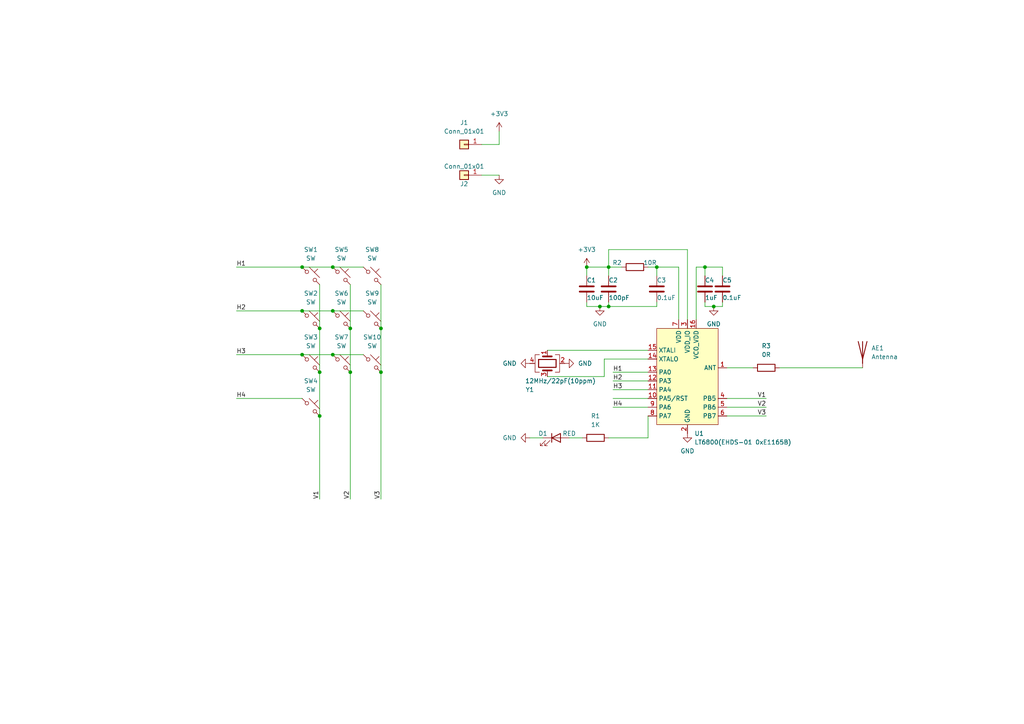
<source format=kicad_sch>
(kicad_sch (version 20211123) (generator eeschema)
  (paper "A4")
  (title_block (title "ECC-01-Remoter") (date "2022-06-12") (rev "V0.1") (company "Timye"))
  (lib_symbols
    (symbol "Connector_Generic:Conn_01x01" (pin_names (offset 1.016) hide)
      (property "Reference" "J" (at 0 2.54 0))
      (property "Value" "Conn_01x01" (at 0 -2.54 0))
      (symbol "Conn_01x01_1_1"
        (rectangle (start -1.27 0.127) (end 0 -0.127) (stroke (width 0.1524)))
        (rectangle (start -1.27 1.27) (end 1.27 -1.27) (stroke (width 0.254)) (fill (type background)))
        (pin passive line (at -5.08 0 0) (length 3.81) (name "Pin_1") (number "1"))
      )
    )
    (symbol "Device:Antenna" (pin_numbers hide) (pin_names (offset 1.016) hide)
      (property "Reference" "AE" (at -1.905 1.905 0))
      (property "Value" "Antenna" (at -1.905 0 0))
      (symbol "Antenna_0_1"
        (polyline (pts (xy 0 2.54) (xy 0 -3.81)) (stroke (width 0.254)))
        (polyline (pts (xy 1.27 2.54) (xy 0 -2.54) (xy -1.27 2.54)) (stroke (width 0.254)))
      )
      (symbol "Antenna_1_1"
        (pin input line (at 0 -5.08 90) (length 2.54) (name "A") (number "1"))
      )
    )
    (symbol "Device:C" (pin_numbers hide) (pin_names (offset 0.254))
      (property "Reference" "C" (at 0.635 2.54 0))
      (property "Value" "C" (at 0.635 -2.54 0))
      (symbol "C_0_1"
        (polyline (pts (xy -2.032 -0.762) (xy 2.032 -0.762)) (stroke (width 0.508)))
        (polyline (pts (xy -2.032 0.762) (xy 2.032 0.762)) (stroke (width 0.508)))
      )
      (symbol "C_1_1"
        (pin passive line (at 0 3.81 270) (length 2.794) (name "~") (number "1"))
        (pin passive line (at 0 -3.81 90) (length 2.794) (name "~") (number "2"))
      )
    )
    (symbol "Device:Crystal_GND24" (pin_names (offset 1.016) hide)
      (property "Reference" "Y" (at 3.175 5.08 0))
      (property "Value" "Crystal_GND24" (at 3.175 3.175 0))
      (symbol "Crystal_GND24_0_1"
        (rectangle (start -1.143 2.54) (end 1.143 -2.54) (stroke (width 0.3048)))
        (polyline (pts (xy -2.54 0) (xy -2.032 0)))
        (polyline (pts (xy -2.032 -1.27) (xy -2.032 1.27)) (stroke (width 0.508)))
        (polyline (pts (xy 0 -3.81) (xy 0 -3.556)))
        (polyline (pts (xy 0 3.556) (xy 0 3.81)))
        (polyline (pts (xy 2.032 -1.27) (xy 2.032 1.27)) (stroke (width 0.508)))
        (polyline (pts (xy 2.032 0) (xy 2.54 0)))
        (polyline (pts (xy -2.54 -2.286) (xy -2.54 -3.556) (xy 2.54 -3.556) (xy 2.54 -2.286)))
        (polyline (pts (xy -2.54 2.286) (xy -2.54 3.556) (xy 2.54 3.556) (xy 2.54 2.286)))
      )
      (symbol "Crystal_GND24_1_1"
        (pin passive line (at -3.81 0 0) (length 1.27) (name "1") (number "1"))
        (pin passive line (at 0 5.08 270) (length 1.27) (name "2") (number "2"))
        (pin passive line (at 3.81 0 180) (length 1.27) (name "3") (number "3"))
        (pin passive line (at 0 -5.08 90) (length 1.27) (name "4") (number "4"))
      )
    )
    (symbol "Device:LED" (pin_numbers hide) (pin_names (offset 1.016) hide)
      (property "Reference" "D" (at 0 2.54 0))
      (property "Value" "LED" (at 0 -2.54 0))
      (symbol "LED_0_1"
        (polyline (pts (xy -1.27 -1.27) (xy -1.27 1.27)) (stroke (width 0.254)))
        (polyline (pts (xy -1.27 0) (xy 1.27 0)))
        (polyline (pts (xy 1.27 -1.27) (xy 1.27 1.27) (xy -1.27 0) (xy 1.27 -1.27)) (stroke (width 0.254)))
        (polyline (pts (xy -3.048 -0.762) (xy -4.572 -2.286) (xy -3.81 -2.286) (xy -4.572 -2.286) (xy -4.572 -1.524)))
        (polyline (pts (xy -1.778 -0.762) (xy -3.302 -2.286) (xy -2.54 -2.286) (xy -3.302 -2.286) (xy -3.302 -1.524)))
      )
      (symbol "LED_1_1"
        (pin passive line (at -3.81 0 0) (length 2.54) (name "K") (number "1"))
        (pin passive line (at 3.81 0 180) (length 2.54) (name "A") (number "2"))
      )
    )
    (symbol "Device:R" (pin_numbers hide) (pin_names (offset 0))
      (property "Reference" "R" (at 2.032 0 90))
      (property "Value" "R" (at 0 0 90))
      (symbol "R_0_1"
        (rectangle (start -1.016 -2.54) (end 1.016 2.54) (stroke (width 0.254)))
      )
      (symbol "R_1_1"
        (pin passive line (at 0 3.81 270) (length 1.27) (name "~") (number "1"))
        (pin passive line (at 0 -3.81 90) (length 1.27) (name "~") (number "2"))
      )
    )
    (symbol "Ovo_RF:LT6800"
      (property "Reference" "U" (at 7.62 17.78 0))
      (property "Value" "LT6800" (at 6.35 15.24 0))
      (symbol "LT6800_0_1"
        (rectangle (start -8.89 13.97) (end 8.89 -13.97) (fill (type background)))
      )
      (symbol "LT6800_1_1"
        (pin bidirectional line (at 11.43 2.54 180) (length 2.54) (name "ANT") (number "1"))
        (pin bidirectional line (at -11.43 -6.35 0) (length 2.54) (name "PA5/RST") (number "10"))
        (pin bidirectional line (at -11.43 -3.81 0) (length 2.54) (name "PA4") (number "11"))
        (pin bidirectional line (at -11.43 -1.27 0) (length 2.54) (name "PA3") (number "12"))
        (pin bidirectional line (at -11.43 1.27 0) (length 2.54) (name "PA0") (number "13"))
        (pin input line (at -11.43 5.08 0) (length 2.54) (name "XTALO") (number "14"))
        (pin input line (at -11.43 7.62 0) (length 2.54) (name "XTALI") (number "15"))
        (pin power_in line (at 2.54 16.51 270) (length 2.54) (name "VCO_VDD") (number "16"))
        (pin power_in line (at 0 -16.51 90) (length 2.54) (name "GND") (number "2"))
        (pin power_in line (at 0 16.51 270) (length 2.54) (name "VDD_IO") (number "3"))
        (pin bidirectional line (at 11.43 -6.35 180) (length 2.54) (name "PB5") (number "4"))
        (pin bidirectional line (at 11.43 -8.89 180) (length 2.54) (name "PB6") (number "5"))
        (pin bidirectional line (at 11.43 -11.43 180) (length 2.54) (name "PB7") (number "6"))
        (pin power_in line (at -2.54 16.51 270) (length 2.54) (name "VDD") (number "7"))
        (pin bidirectional line (at -11.43 -11.43 0) (length 2.54) (name "PA7") (number "8"))
        (pin bidirectional line (at -11.43 -8.89 0) (length 2.54) (name "PA6") (number "9"))
      )
    )
    (symbol "Switch:SW_Push_45deg" (pin_numbers hide) (pin_names (offset 1.016) hide)
      (property "Reference" "SW" (at 3.048 1.016 0))
      (property "Value" "SW_Push_45deg" (at 0 -3.81 0))
      (symbol "SW_Push_45deg_0_1"
        (circle (center -1.1684 1.1684) (radius 0.508))
        (polyline (pts (xy -0.508 2.54) (xy 2.54 -0.508)))
        (polyline (pts (xy 1.016 1.016) (xy 2.032 2.032)))
        (polyline (pts (xy -2.54 2.54) (xy -1.524 1.524) (xy -1.524 1.524)))
        (polyline (pts (xy 1.524 -1.524) (xy 2.54 -2.54) (xy 2.54 -2.54) (xy 2.54 -2.54)))
        (circle (center 1.143 -1.1938) (radius 0.508))
        (pin passive line (at -2.54 2.54 0) (length 0) (name "1") (number "1"))
        (pin passive line (at 2.54 -2.54 180) (length 0) (name "2") (number "2"))
      )
    )
    (symbol "power:+3V3" (power) (pin_names (offset 0))
      (property "Value" "+3V3" (at 0 3.556 0))
      (symbol "+3V3_0_1"
        (polyline (pts (xy -0.762 1.27) (xy 0 2.54)))
        (polyline (pts (xy 0 0) (xy 0 2.54)))
        (polyline (pts (xy 0 2.54) (xy 0.762 1.27)))
      )
      (symbol "+3V3_1_1"
        (pin power_in line (at 0 0 90) (length 0) hide (name "+3V3") (number "1"))
      )
    )
    (symbol "power:GND" (power) (pin_names (offset 0))
      (property "Value" "GND" (at 0 -3.81 0))
      (symbol "GND_0_1"
        (polyline (pts (xy 0 0) (xy 0 -1.27) (xy 1.27 -1.27) (xy 0 -2.54) (xy -1.27 -1.27) (xy 0 -1.27)))
      )
      (symbol "GND_1_1"
        (pin power_in line (at 0 0 270) (length 0) hide (name "GND") (number "1"))
      )
    )
  )
  (junction (at 110.49 95.25))
  (junction (at 204.47 77.47))
  (junction (at 176.53 77.47))
  (junction (at 173.99 88.9))
  (junction (at 110.49 107.95))
  (junction (at 207.01 88.9))
  (junction (at 176.53 88.9))
  (junction (at 92.71 120.65))
  (junction (at 101.6 107.95))
  (junction (at 87.63 102.87))
  (junction (at 190.5 77.47))
  (junction (at 87.63 90.17))
  (junction (at 96.52 102.87))
  (junction (at 92.71 107.95))
  (junction (at 96.52 90.17))
  (junction (at 170.18 77.47))
  (junction (at 101.6 95.25))
  (junction (at 92.71 95.25))
  (junction (at 96.52 77.47))
  (junction (at 87.63 77.47))
  (wire (pts (xy 177.8 118.11) (xy 187.96 118.11)))
  (wire (pts (xy 110.49 82.55) (xy 110.49 95.25)))
  (wire (pts (xy 209.55 80.01) (xy 209.55 77.47)))
  (wire (pts (xy 190.5 77.47) (xy 190.5 80.01)))
  (wire (pts (xy 92.71 95.25) (xy 92.71 107.95)))
  (wire (pts (xy 101.6 82.55) (xy 101.6 95.25)))
  (wire (pts (xy 96.52 90.17) (xy 105.41 90.17)))
  (wire (pts (xy 201.93 77.47) (xy 204.47 77.47)))
  (wire (pts (xy 101.6 107.95) (xy 101.6 144.78)))
  (wire (pts (xy 190.5 77.47) (xy 196.85 77.47)))
  (wire (pts (xy 175.26 104.14) (xy 175.26 109.22)))
  (wire (pts (xy 176.53 80.01) (xy 176.53 77.47)))
  (wire (pts (xy 210.82 106.68) (xy 218.44 106.68)))
  (wire (pts (xy 92.71 82.55) (xy 92.71 95.25)))
  (wire (pts (xy 199.39 72.39) (xy 176.53 72.39)))
  (wire (pts (xy 165.1 127) (xy 168.91 127)))
  (wire (pts (xy 177.8 110.49) (xy 187.96 110.49)))
  (wire (pts (xy 187.96 77.47) (xy 190.5 77.47)))
  (wire (pts (xy 209.55 77.47) (xy 204.47 77.47)))
  (wire (pts (xy 226.06 106.68) (xy 250.19 106.68)))
  (wire (pts (xy 201.93 92.71) (xy 201.93 77.47)))
  (wire (pts (xy 87.63 102.87) (xy 96.52 102.87)))
  (wire (pts (xy 176.53 72.39) (xy 176.53 77.47)))
  (wire (pts (xy 204.47 88.9) (xy 207.01 88.9)))
  (wire (pts (xy 175.26 104.14) (xy 187.96 104.14)))
  (wire (pts (xy 177.8 115.57) (xy 187.96 115.57)))
  (wire (pts (xy 170.18 77.47) (xy 170.18 80.01)))
  (wire (pts (xy 190.5 88.9) (xy 176.53 88.9)))
  (wire (pts (xy 187.96 127) (xy 187.96 120.65)))
  (wire (pts (xy 110.49 95.25) (xy 110.49 107.95)))
  (wire (pts (xy 176.53 77.47) (xy 180.34 77.47)))
  (wire (pts (xy 204.47 87.63) (xy 204.47 88.9)))
  (wire (pts (xy 210.82 115.57) (xy 222.25 115.57)))
  (wire (pts (xy 190.5 87.63) (xy 190.5 88.9)))
  (wire (pts (xy 87.63 77.47) (xy 96.52 77.47)))
  (wire (pts (xy 96.52 102.87) (xy 105.41 102.87)))
  (wire (pts (xy 196.85 77.47) (xy 196.85 92.71)))
  (wire (pts (xy 158.75 101.6) (xy 187.96 101.6)))
  (wire (pts (xy 210.82 118.11) (xy 222.25 118.11)))
  (wire (pts (xy 199.39 72.39) (xy 199.39 92.71)))
  (wire (pts (xy 204.47 77.47) (xy 204.47 80.01)))
  (wire (pts (xy 176.53 88.9) (xy 173.99 88.9)))
  (wire (pts (xy 176.53 127) (xy 187.96 127)))
  (wire (pts (xy 177.8 107.95) (xy 187.96 107.95)))
  (wire (pts (xy 68.58 102.87) (xy 87.63 102.87)))
  (wire (pts (xy 170.18 77.47) (xy 176.53 77.47)))
  (wire (pts (xy 210.82 120.65) (xy 222.25 120.65)))
  (wire (pts (xy 68.58 77.47) (xy 87.63 77.47)))
  (wire (pts (xy 158.75 109.22) (xy 175.26 109.22)))
  (wire (pts (xy 101.6 95.25) (xy 101.6 107.95)))
  (wire (pts (xy 207.01 88.9) (xy 209.55 88.9)))
  (wire (pts (xy 68.58 115.57) (xy 87.63 115.57)))
  (wire (pts (xy 173.99 88.9) (xy 170.18 88.9)))
  (wire (pts (xy 153.67 127) (xy 157.48 127)))
  (wire (pts (xy 144.78 41.91) (xy 139.7 41.91)))
  (wire (pts (xy 144.78 38.1) (xy 144.78 41.91)))
  (wire (pts (xy 176.53 87.63) (xy 176.53 88.9)))
  (wire (pts (xy 92.71 107.95) (xy 92.71 120.65)))
  (wire (pts (xy 170.18 88.9) (xy 170.18 87.63)))
  (wire (pts (xy 144.78 50.8) (xy 139.7 50.8)))
  (wire (pts (xy 209.55 88.9) (xy 209.55 87.63)))
  (wire (pts (xy 96.52 77.47) (xy 105.41 77.47)))
  (wire (pts (xy 177.8 113.03) (xy 187.96 113.03)))
  (wire (pts (xy 68.58 90.17) (xy 87.63 90.17)))
  (wire (pts (xy 92.71 120.65) (xy 92.71 144.78)))
  (wire (pts (xy 110.49 107.95) (xy 110.49 144.78)))
  (wire (pts (xy 87.63 90.17) (xy 96.52 90.17)))
  (label "V3" (at 219.71 120.65 0))
  (label "V3" (at 110.49 144.78 90))
  (label "H4" (at 177.8 118.11 0))
  (label "H2" (at 177.8 110.49 0))
  (label "H1" (at 177.8 107.95 0))
  (label "H3" (at 177.8 113.03 0))
  (label "H1" (at 68.58 77.47 0))
  (label "V1" (at 219.71 115.57 0))
  (label "V2" (at 101.6 144.78 90))
  (label "V1" (at 92.71 144.78 90))
  (label "H2" (at 68.58 90.17 0))
  (label "H4" (at 68.58 115.57 0))
  (label "V2" (at 219.71 118.11 0))
  (label "H3" (at 68.58 102.87 0))
  (symbol (lib_id "Device:LED") (at 161.29 127 0) (unit 1)
    (property "Reference" "D1" (at 157.48 125.73 0))
    (property "Value" "RED" (at 165.1 125.73 0))
    (property "Footprint" "LED_THT:LED_D5.0mm" (effects hide))
  )
  (symbol (lib_id "power:GND") (at 163.83 105.41 90) (unit 1)
    (property "Reference" "#PWR05" (effects hide))
    (property "Value" "GND" (at 167.64 105.4099 90) (effects (justify right)))
  )
  (symbol (lib_id "Switch:SW_Push_45deg") (at 107.95 80.01 0) (unit 1)
    (property "Reference" "SW8" (at 107.95 72.39 0))
    (property "Value" "SW" (at 107.95 74.93 0))
    (property "Footprint" "Ovo_Button_Switch_SMD:Dome_SLICE_6x6mm" (effects hide))
  )
  (symbol (lib_id "Device:R") (at 184.15 77.47 90) (unit 1)
    (property "Reference" "R2" (at 180.34 76.2 90) (effects (justify left)))
    (property "Value" "10R" (at 190.5 76.2 90) (effects (justify left)))
    (property "Footprint" "Resistor_SMD:R_0603_1608Metric" (effects hide))
  )
  (symbol (lib_id "power:GND") (at 153.67 105.41 270) (unit 1)
    (property "Reference" "#PWR03" (effects hide))
    (property "Value" "GND" (at 149.86 105.4099 90) (effects (justify right)))
  )
  (symbol (lib_id "power:GND") (at 199.39 125.73 0) (unit 1)
    (property "Reference" "#PWR08" (effects hide))
    (property "Value" "GND" (at 199.39 130.81 0))
  )
  (symbol (lib_id "Connector_Generic:Conn_01x01") (at 134.62 50.8 180) (unit 1)
    (property "Reference" "J2" (at 134.62 53.34 0))
    (property "Value" "Conn_01x01" (at 134.62 48.26 0))
    (property "Footprint" "Ovo_Pad:Pad_THTPad_4.3x2.1mm_Drill3.1x0.9mm" (effects hide))
  )
  (symbol (lib_id "Device:R") (at 172.72 127 90) (unit 1)
    (property "Reference" "R1" (at 172.72 120.65 90))
    (property "Value" "1K" (at 172.72 123.19 90))
    (property "Footprint" "Resistor_SMD:R_0603_1608Metric" (effects hide))
  )
  (symbol (lib_id "Device:C") (at 170.18 83.82 0) (unit 1)
    (property "Reference" "C1" (at 170.18 81.28 0) (effects (justify left)))
    (property "Value" "10uF" (at 170.18 86.36 0) (effects (justify left)))
    (property "Footprint" "Capacitor_SMD:C_0603_1608Metric" (effects hide))
  )
  (symbol (lib_id "Switch:SW_Push_45deg") (at 90.17 105.41 0) (unit 1)
    (property "Reference" "SW3" (at 90.17 97.79 0))
    (property "Value" "SW" (at 90.17 100.33 0))
    (property "Footprint" "Ovo_Button_Switch_SMD:Dome_SLICE_6x6mm" (effects hide))
  )
  (symbol (lib_id "Ovo_RF:LT6800") (at 199.39 109.22 0) (unit 1)
    (property "Reference" "U1" (at 201.4094 125.73 0) (effects (justify left)))
    (property "Value" "LT6800(EHDS-01 0xE1165B)" (at 201.4094 128.27 0) (effects (justify left)))
    (property "Footprint" "Package_SO:SOP-16_3.9x9.9mm_P1.27mm" (effects hide))
  )
  (symbol (lib_id "Device:C") (at 176.53 83.82 0) (unit 1)
    (property "Reference" "C2" (at 176.53 81.28 0) (effects (justify left)))
    (property "Value" "100pF" (at 176.53 86.36 0) (effects (justify left)))
    (property "Footprint" "Capacitor_SMD:C_0603_1608Metric" (effects hide))
  )
  (symbol (lib_id "Device:R") (at 222.25 106.68 90) (unit 1)
    (property "Reference" "R3" (at 222.25 100.33 90))
    (property "Value" "0R" (at 222.25 102.87 90))
    (property "Footprint" "Resistor_SMD:R_0603_1608Metric" (effects hide))
  )
  (symbol (lib_id "Connector_Generic:Conn_01x01") (at 134.62 41.91 180) (unit 1)
    (property "Reference" "J1" (at 134.62 35.56 0))
    (property "Value" "Conn_01x01" (at 134.62 38.1 0))
    (property "Footprint" "Ovo_Pad:Pad_THTPad_4.3x2.1mm_Drill3.1x0.9mm" (effects hide))
  )
  (symbol (lib_id "power:+3V3") (at 144.78 38.1 0) (unit 1)
    (property "Reference" "#PWR01" (effects hide))
    (property "Value" "+3V3" (at 144.78 33.02 0))
  )
  (symbol (lib_id "Device:Crystal_GND24") (at 158.75 105.41 270) (unit 1)
    (property "Reference" "Y1" (at 153.67 113.03 90))
    (property "Value" "12MHz/22pF(10ppm)" (at 162.56 110.49 90))
    (property "Footprint" "Oscillator:Oscillator_SMD_Abracon_ASE-4Pin_3.2x2.5mm" (effects hide))
  )
  (symbol (lib_id "Device:Antenna") (at 250.19 101.6 0) (unit 1)
    (property "Reference" "AE1" (at 252.73 100.9649 0) (effects (justify left)))
    (property "Value" "Antenna" (at 252.73 103.5049 0) (effects (justify left)))
    (property "Footprint" "Ovo_RF_Antenna:Ovo_PA2401_2.4GHz_Left" (effects hide))
  )
  (symbol (lib_id "power:GND") (at 153.67 127 270) (unit 1)
    (property "Reference" "#PWR04" (effects hide))
    (property "Value" "GND" (at 149.86 126.9999 90) (effects (justify right)))
  )
  (symbol (lib_id "power:GND") (at 144.78 50.8 0) (unit 1)
    (property "Reference" "#PWR02" (effects hide))
    (property "Value" "GND" (at 144.78 55.88 0))
  )
  (symbol (lib_id "Switch:SW_Push_45deg") (at 99.06 92.71 0) (unit 1)
    (property "Reference" "SW6" (at 99.06 85.09 0))
    (property "Value" "SW" (at 99.06 87.63 0))
    (property "Footprint" "Ovo_Button_Switch_SMD:Dome_SLICE_6x6mm" (effects hide))
  )
  (symbol (lib_id "power:GND") (at 207.01 88.9 0) (unit 1)
    (property "Reference" "#PWR09" (effects hide))
    (property "Value" "GND" (at 207.01 93.98 0))
  )
  (symbol (lib_id "Switch:SW_Push_45deg") (at 99.06 80.01 0) (unit 1)
    (property "Reference" "SW5" (at 99.06 72.39 0))
    (property "Value" "SW" (at 99.06 74.93 0))
    (property "Footprint" "Ovo_Button_Switch_SMD:Dome_SLICE_6x6mm" (effects hide))
  )
  (symbol (lib_id "Switch:SW_Push_45deg") (at 90.17 92.71 0) (unit 1)
    (property "Reference" "SW2" (at 90.17 85.09 0))
    (property "Value" "SW" (at 90.17 87.63 0))
    (property "Footprint" "Ovo_Button_Switch_SMD:Dome_SLICE_6x6mm" (effects hide))
  )
  (symbol (lib_id "Switch:SW_Push_45deg") (at 90.17 80.01 0) (unit 1)
    (property "Reference" "SW1" (at 90.17 72.39 0))
    (property "Value" "SW" (at 90.17 74.93 0))
    (property "Footprint" "Ovo_Button_Switch_SMD:Dome_SLICE_6x6mm" (effects hide))
  )
  (symbol (lib_id "Device:C") (at 204.47 83.82 0) (unit 1)
    (property "Reference" "C4" (at 204.47 81.28 0) (effects (justify left)))
    (property "Value" "1uF" (at 204.47 86.36 0) (effects (justify left)))
    (property "Footprint" "Capacitor_SMD:C_0603_1608Metric" (effects hide))
  )
  (symbol (lib_id "Switch:SW_Push_45deg") (at 107.95 105.41 0) (unit 1)
    (property "Reference" "SW10" (at 107.95 97.79 0))
    (property "Value" "SW" (at 107.95 100.33 0))
    (property "Footprint" "Ovo_Button_Switch_SMD:Dome_SLICE_6x6mm" (effects hide))
  )
  (symbol (lib_id "Device:C") (at 190.5 83.82 0) (unit 1)
    (property "Reference" "C3" (at 190.5 81.28 0) (effects (justify left)))
    (property "Value" "0.1uF" (at 190.5 86.36 0) (effects (justify left)))
    (property "Footprint" "Capacitor_SMD:C_0603_1608Metric" (effects hide))
  )
  (symbol (lib_id "Switch:SW_Push_45deg") (at 90.17 118.11 0) (unit 1)
    (property "Reference" "SW4" (at 90.17 110.49 0))
    (property "Value" "SW" (at 90.17 113.03 0))
    (property "Footprint" "Ovo_Button_Switch_SMD:Dome_SLICE_6x6mm" (effects hide))
  )
  (symbol (lib_id "power:+3V3") (at 170.18 77.47 0) (unit 1)
    (property "Reference" "#PWR06" (effects hide))
    (property "Value" "+3V3" (at 170.18 72.39 0))
  )
  (symbol (lib_id "Switch:SW_Push_45deg") (at 99.06 105.41 0) (unit 1)
    (property "Reference" "SW7" (at 99.06 97.79 0))
    (property "Value" "SW" (at 99.06 100.33 0))
    (property "Footprint" "Ovo_Button_Switch_SMD:Dome_SLICE_6x6mm" (effects hide))
  )
  (symbol (lib_id "power:GND") (at 173.99 88.9 0) (unit 1)
    (property "Reference" "#PWR07" (effects hide))
    (property "Value" "GND" (at 173.99 93.98 0))
  )
  (symbol (lib_id "Switch:SW_Push_45deg") (at 107.95 92.71 0) (unit 1)
    (property "Reference" "SW9" (at 107.95 85.09 0))
    (property "Value" "SW" (at 107.95 87.63 0))
    (property "Footprint" "Ovo_Button_Switch_SMD:Dome_SLICE_6x6mm" (effects hide))
  )
  (symbol (lib_id "Device:C") (at 209.55 83.82 0) (unit 1)
    (property "Reference" "C5" (at 209.55 81.28 0) (effects (justify left)))
    (property "Value" "0.1uF" (at 209.55 86.36 0) (effects (justify left)))
    (property "Footprint" "Capacitor_SMD:C_0603_1608Metric" (effects hide))
  )
)
</source>
